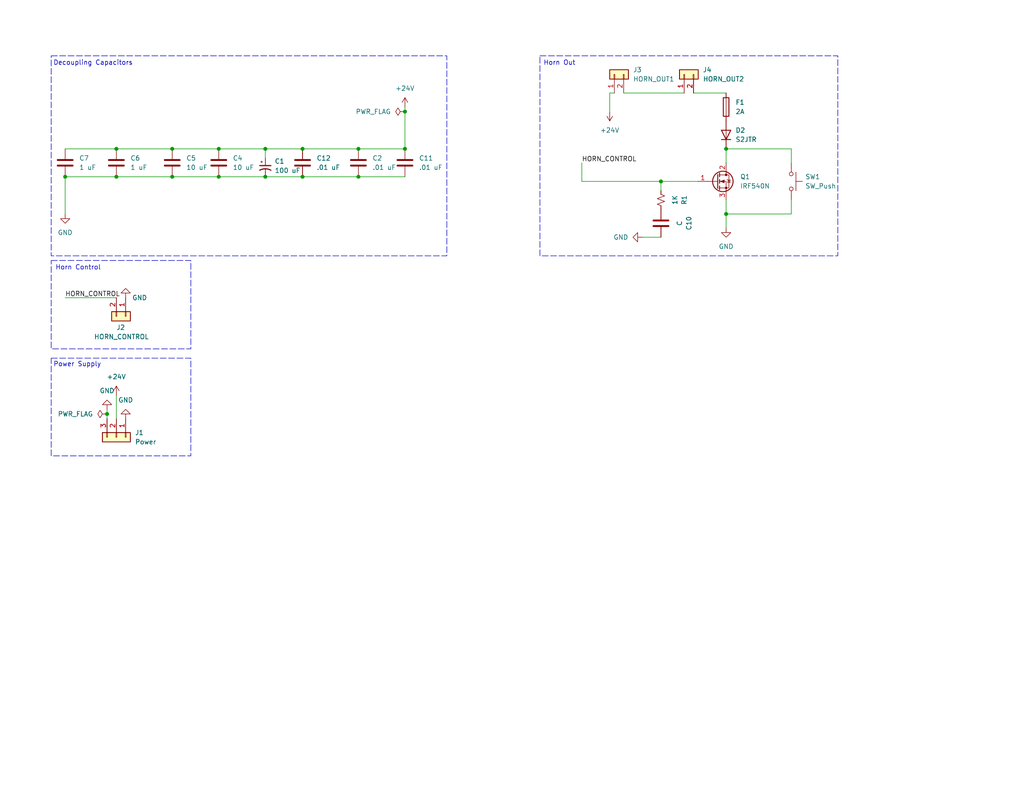
<source format=kicad_sch>
(kicad_sch (version 20231120) (generator "eeschema") (generator_version "8.0")
  (paper "USLetter")
  (title_block (title "Horn Breakout Board Project") (date "2025-09-18") (rev "1.0") (company "Illini Solar Car") (comment 1 "Designed By: Kacper Paraniuk"))
  (lib_symbols
    (symbol "Connector_Generic:Conn_01x02" (pin_names (offset 1.016) hide)
      (property "Reference" "J" (at 0 2.54 0))
      (property "Value" "Conn_01x02" (at 0 -5.08 0))
      (symbol "Conn_01x02_1_1"
        (rectangle (start -1.27 -2.413) (end 0 -2.667) (stroke (width 0.1524)))
        (rectangle (start -1.27 0.127) (end 0 -0.127) (stroke (width 0.1524)))
        (rectangle (start -1.27 1.27) (end 1.27 -3.81) (stroke (width 0.254)) (fill (type background)))
        (pin passive line (at -5.08 0 0) (length 3.81) (name "Pin_1") (number "1"))
        (pin passive line (at -5.08 -2.54 0) (length 3.81) (name "Pin_2") (number "2"))
      )
    )
    (symbol "Connector_Generic:Conn_01x03" (pin_names (offset 1.016) hide)
      (property "Reference" "J" (at 0 5.08 0))
      (property "Value" "Conn_01x03" (at 0 -5.08 0))
      (symbol "Conn_01x03_1_1"
        (rectangle (start -1.27 -2.413) (end 0 -2.667) (stroke (width 0.1524)))
        (rectangle (start -1.27 0.127) (end 0 -0.127) (stroke (width 0.1524)))
        (rectangle (start -1.27 2.667) (end 0 2.413) (stroke (width 0.1524)))
        (rectangle (start -1.27 3.81) (end 1.27 -3.81) (stroke (width 0.254)) (fill (type background)))
        (pin passive line (at -5.08 2.54 0) (length 3.81) (name "Pin_1") (number "1"))
        (pin passive line (at -5.08 0 0) (length 3.81) (name "Pin_2") (number "2"))
        (pin passive line (at -5.08 -2.54 0) (length 3.81) (name "Pin_3") (number "3"))
      )
    )
    (symbol "Device:R_Small_US" (pin_numbers hide) (pin_names (offset 0.254) hide)
      (property "Reference" "R" (at 0.762 0.508 0))
      (property "Value" "R_Small_US" (at 0.762 -1.016 0))
      (symbol "R_Small_US_1_1"
        (polyline (pts (xy 0 0) (xy 1.016 -0.381) (xy 0 -0.762) (xy -1.016 -1.143) (xy 0 -1.524)))
        (polyline (pts (xy 0 1.524) (xy 1.016 1.143) (xy 0 0.762) (xy -1.016 0.381) (xy 0 0)))
        (pin passive line (at 0 2.54 270) (length 1.016) (name "~") (number "1"))
        (pin passive line (at 0 -2.54 90) (length 1.016) (name "~") (number "2"))
      )
    )
    (symbol "Diode:S2JTR" (pin_numbers hide) (pin_names (offset 1.016) hide)
      (property "Reference" "D" (at 0 2.54 0))
      (property "Value" "S2JTR" (at 0 -2.54 0))
      (symbol "S2JTR_0_1"
        (polyline (pts (xy -1.27 1.27) (xy -1.27 -1.27)) (stroke (width 0.254)))
        (polyline (pts (xy 1.27 0) (xy -1.27 0)))
        (polyline (pts (xy 1.27 1.27) (xy 1.27 -1.27) (xy -1.27 0) (xy 1.27 1.27)) (stroke (width 0.254)))
      )
      (symbol "S2JTR_1_1"
        (pin passive line (at -3.81 0 0) (length 2.54) (name "K") (number "1"))
        (pin passive line (at 3.81 0 180) (length 2.54) (name "A") (number "2"))
      )
    )
    (symbol "Switch:SW_Push" (pin_numbers hide) (pin_names (offset 1.016) hide)
      (property "Reference" "SW" (at 1.27 2.54 0))
      (property "Value" "SW_Push" (at 0 -1.524 0))
      (symbol "SW_Push_0_1"
        (circle (center -2.032 0) (radius 0.508))
        (polyline (pts (xy 0 1.27) (xy 0 3.048)))
        (polyline (pts (xy 2.54 1.27) (xy -2.54 1.27)))
        (circle (center 2.032 0) (radius 0.508))
        (pin passive line (at -5.08 0 0) (length 2.54) (name "1") (number "1"))
        (pin passive line (at 5.08 0 180) (length 2.54) (name "2") (number "2"))
      )
    )
    (symbol "Transistor_FET:IRF540N" (pin_names hide)
      (property "Reference" "Q" (at 6.35 1.905 0))
      (property "Value" "IRF540N" (at 6.35 0 0))
      (symbol "IRF540N_0_1"
        (polyline (pts (xy 0.254 0) (xy -2.54 0)))
        (polyline (pts (xy 0.254 1.905) (xy 0.254 -1.905)) (stroke (width 0.254)))
        (polyline (pts (xy 0.762 -1.27) (xy 0.762 -2.286)) (stroke (width 0.254)))
        (polyline (pts (xy 0.762 0.508) (xy 0.762 -0.508)) (stroke (width 0.254)))
        (polyline (pts (xy 0.762 2.286) (xy 0.762 1.27)) (stroke (width 0.254)))
        (polyline (pts (xy 2.54 2.54) (xy 2.54 1.778)))
        (polyline (pts (xy 2.54 -2.54) (xy 2.54 0) (xy 0.762 0)))
        (polyline (pts (xy 0.762 -1.778) (xy 3.302 -1.778) (xy 3.302 1.778) (xy 0.762 1.778)))
        (polyline (pts (xy 1.016 0) (xy 2.032 0.381) (xy 2.032 -0.381) (xy 1.016 0)) (fill (type outline)))
        (polyline (pts (xy 2.794 0.508) (xy 2.921 0.381) (xy 3.683 0.381) (xy 3.81 0.254)))
        (polyline (pts (xy 3.302 0.381) (xy 2.921 -0.254) (xy 3.683 -0.254) (xy 3.302 0.381)))
        (circle (center 1.651 0) (radius 2.794) (stroke (width 0.254)))
        (circle (center 2.54 -1.778) (radius 0.254) (fill (type outline)))
        (circle (center 2.54 1.778) (radius 0.254) (fill (type outline)))
      )
      (symbol "IRF540N_1_1"
        (pin input line (at -5.08 0 0) (length 2.54) (name "G") (number "1"))
        (pin passive line (at 2.54 5.08 270) (length 2.54) (name "D") (number "2"))
        (pin passive line (at 2.54 -5.08 90) (length 2.54) (name "S") (number "3"))
      )
    )
    (symbol "device:C" (pin_numbers hide) (pin_names (offset 0.254))
      (property "Reference" "C" (at 0.635 2.54 0))
      (property "Value" "C" (at 0.635 -2.54 0))
      (symbol "C_0_1"
        (polyline (pts (xy -2.032 -0.762) (xy 2.032 -0.762)) (stroke (width 0.508)))
        (polyline (pts (xy -2.032 0.762) (xy 2.032 0.762)) (stroke (width 0.508)))
      )
      (symbol "C_1_1"
        (pin passive line (at 0 3.81 270) (length 2.794) (name "~") (number "1"))
        (pin passive line (at 0 -3.81 90) (length 2.794) (name "~") (number "2"))
      )
    )
    (symbol "device:C_Polarized_Small_US" (pin_numbers hide) (pin_names (offset 0.254) hide)
      (property "Reference" "C" (at 0.254 1.778 0))
      (property "Value" "C_Polarized_Small_US" (at 0.254 -2.032 0))
      (symbol "C_Polarized_Small_US_0_1"
        (polyline (pts (xy -1.524 0.508) (xy 1.524 0.508)) (stroke (width 0.3048)))
        (polyline (pts (xy -1.27 1.524) (xy -0.762 1.524)))
        (polyline (pts (xy -1.016 1.27) (xy -1.016 1.778)))
        (arc (start 1.524 -0.762) (mid 0 -0.3734) (end -1.524 -0.762) (stroke (width 0.3048)))
      )
      (symbol "C_Polarized_Small_US_1_1"
        (pin passive line (at 0 2.54 270) (length 2.032) (name "~") (number "1"))
        (pin passive line (at 0 -2.54 90) (length 2.032) (name "~") (number "2"))
      )
    )
    (symbol "device:Fuse" (pin_numbers hide) (pin_names (offset 0))
      (property "Reference" "F" (at 2.032 0 90))
      (property "Value" "Fuse" (at -1.905 0 90))
      (symbol "Fuse_0_1"
        (rectangle (start -0.762 -2.54) (end 0.762 2.54) (stroke (width 0.254)))
        (polyline (pts (xy 0 2.54) (xy 0 -2.54)))
      )
      (symbol "Fuse_1_1"
        (pin passive line (at 0 3.81 270) (length 1.27) (name "~") (number "1"))
        (pin passive line (at 0 -3.81 90) (length 1.27) (name "~") (number "2"))
      )
    )
    (symbol "power:+24V" (power) (pin_names (offset 0))
      (property "Value" "+24V" (at 0 3.556 0))
      (symbol "+24V_0_1"
        (polyline (pts (xy -0.762 1.27) (xy 0 2.54)))
        (polyline (pts (xy 0 0) (xy 0 2.54)))
        (polyline (pts (xy 0 2.54) (xy 0.762 1.27)))
      )
      (symbol "+24V_1_1"
        (pin power_in line (at 0 0 90) (length 0) hide (name "+24V") (number "1"))
      )
    )
    (symbol "power:GND" (power) (pin_names (offset 0))
      (property "Value" "GND" (at 0 -3.81 0))
      (symbol "GND_0_1"
        (polyline (pts (xy 0 0) (xy 0 -1.27) (xy 1.27 -1.27) (xy 0 -2.54) (xy -1.27 -1.27) (xy 0 -1.27)))
      )
      (symbol "GND_1_1"
        (pin power_in line (at 0 0 270) (length 0) hide (name "GND") (number "1"))
      )
    )
    (symbol "power:PWR_FLAG" (power) (pin_numbers hide) (pin_names (offset 0) hide)
      (property "Value" "PWR_FLAG" (at 0 3.81 0))
      (symbol "PWR_FLAG_0_0"
        (pin power_out line (at 0 0 90) (length 0) (name "pwr") (number "1"))
      )
      (symbol "PWR_FLAG_0_1"
        (polyline (pts (xy 0 0) (xy 0 1.27) (xy -1.016 1.905) (xy 0 2.54) (xy 1.016 1.905) (xy 0 1.27)))
      )
    )
  )
  (junction (at 110.49 30.48))
  (junction (at 198.12 40.64))
  (junction (at 59.69 48.26))
  (junction (at 72.39 40.64))
  (junction (at 46.99 48.26))
  (junction (at 29.21 113.03))
  (junction (at 97.79 48.26))
  (junction (at 46.99 40.64))
  (junction (at 31.75 40.64))
  (junction (at 82.55 48.26))
  (junction (at 198.12 58.42))
  (junction (at 17.78 48.26))
  (junction (at 180.34 49.53))
  (junction (at 110.49 40.64))
  (junction (at 72.39 48.26))
  (junction (at 59.69 40.64))
  (junction (at 82.55 40.64))
  (junction (at 97.79 40.64))
  (junction (at 31.75 48.26))
  (wire (pts (xy 158.75 44.45) (xy 158.75 49.53)))
  (wire (pts (xy 215.9 40.64) (xy 198.12 40.64)))
  (wire (pts (xy 189.23 25.4) (xy 198.12 25.4)))
  (wire (pts (xy 82.55 48.26) (xy 97.79 48.26)))
  (wire (pts (xy 31.75 40.64) (xy 46.99 40.64)))
  (wire (pts (xy 46.99 40.64) (xy 59.69 40.64)))
  (wire (pts (xy 215.9 54.61) (xy 215.9 58.42)))
  (wire (pts (xy 97.79 40.64) (xy 110.49 40.64)))
  (wire (pts (xy 29.21 111.76) (xy 29.21 113.03)))
  (wire (pts (xy 110.49 30.48) (xy 110.49 40.64)))
  (wire (pts (xy 198.12 40.64) (xy 198.12 44.45)))
  (wire (pts (xy 17.78 48.26) (xy 17.78 58.42)))
  (wire (pts (xy 97.79 48.26) (xy 110.49 48.26)))
  (wire (pts (xy 31.75 48.26) (xy 46.99 48.26)))
  (wire (pts (xy 17.78 48.26) (xy 31.75 48.26)))
  (wire (pts (xy 180.34 52.07) (xy 180.34 49.53)))
  (wire (pts (xy 166.37 30.48) (xy 166.37 25.4)))
  (wire (pts (xy 198.12 58.42) (xy 198.12 62.23)))
  (wire (pts (xy 180.34 64.77) (xy 175.26 64.77)))
  (wire (pts (xy 198.12 54.61) (xy 198.12 58.42)))
  (wire (pts (xy 72.39 43.18) (xy 72.39 40.64)))
  (wire (pts (xy 17.78 81.28) (xy 31.75 81.28)))
  (wire (pts (xy 17.78 40.64) (xy 31.75 40.64)))
  (wire (pts (xy 158.75 49.53) (xy 180.34 49.53)))
  (wire (pts (xy 215.9 58.42) (xy 198.12 58.42)))
  (wire (pts (xy 72.39 40.64) (xy 82.55 40.64)))
  (wire (pts (xy 46.99 48.26) (xy 59.69 48.26)))
  (wire (pts (xy 29.21 113.03) (xy 29.21 114.3)))
  (wire (pts (xy 170.18 25.4) (xy 186.69 25.4)))
  (wire (pts (xy 110.49 29.21) (xy 110.49 30.48)))
  (wire (pts (xy 215.9 44.45) (xy 215.9 40.64)))
  (wire (pts (xy 59.69 48.26) (xy 72.39 48.26)))
  (wire (pts (xy 31.75 107.95) (xy 31.75 114.3)))
  (wire (pts (xy 72.39 48.26) (xy 82.55 48.26)))
  (wire (pts (xy 59.69 40.64) (xy 72.39 40.64)))
  (wire (pts (xy 166.37 25.4) (xy 167.64 25.4)))
  (wire (pts (xy 180.34 49.53) (xy 190.5 49.53)))
  (wire (pts (xy 82.55 40.64) (xy 97.79 40.64)))
  (rectangle (start 147.32 15.24) (end 228.6 69.85) (stroke (width 0) (type dash)))
  (rectangle (start 13.97 97.79) (end 52.07 124.46) (stroke (width 0) (type dash)))
  (rectangle (start 13.97 15.24) (end 121.92 69.85) (stroke (width 0) (type dash)))
  (rectangle (start 13.97 71.12) (end 52.07 95.25) (stroke (width 0) (type dash)))
  (text "Power Supply\n" (at 21.082 99.568 0) (effects (font (size 1.27 1.27))))
  (text "Horn Control\n" (at 21.336 73.152 0) (effects (font (size 1.27 1.27))))
  (text "Horn Out\n" (at 152.654 17.272 0) (effects (font (size 1.27 1.27))))
  (text "Decoupling Capacitors\n" (at 25.4 17.272 0) (effects (font (size 1.27 1.27))))
  (label "HORN_CONTROL" (at 158.75 44.45 0))
  (label "HORN_CONTROL" (at 17.78 81.28 0))
  (symbol (lib_id "device:Fuse") (at 198.12 29.21 0) (unit 1)
    (property "Reference" "F1" (at 200.66 27.9399 0) (effects (justify left)))
    (property "Value" "2A" (at 200.66 30.4799 0) (effects (justify left)))
    (property "Description" "Fuse" (effects (hide yes)))
  )
  (symbol (lib_id "device:C") (at 17.78 44.45 0) (unit 1)
    (property "Reference" "C7" (at 21.59 43.1799 0) (effects (justify left)))
    (property "Value" "1 uF" (at 21.59 45.7199 0) (effects (justify left)))
    (property "Description" "Unpolarized capacitor" (effects (hide yes)))
  )
  (symbol (lib_id "device:C_Polarized_Small_US") (at 72.39 45.72 0) (unit 1)
    (property "Reference" "C1" (at 74.93 44.0181 0) (effects (justify left)))
    (property "Value" "100 uF" (at 74.93 46.5581 0) (effects (justify left)))
    (property "Description" "Polarized capacitor, small US symbol" (effects (hide yes)))
  )
  (symbol (lib_id "power:PWR_FLAG") (at 29.21 113.03 90) (unit 1)
    (property "Reference" "#FLG02" (effects (hide yes)))
    (property "Value" "PWR_FLAG" (at 25.4 113.0299 90) (effects (justify left)))
    (property "Description" "Special symbol for telling ERC where power comes from" (effects (hide yes)))
  )
  (symbol (lib_id "device:C") (at 97.79 44.45 0) (unit 1)
    (property "Reference" "C2" (at 101.6 43.1799 0) (effects (justify left)))
    (property "Value" ".01 uF" (at 101.6 45.7199 0) (effects (justify left)))
    (property "Description" "Unpolarized capacitor" (effects (hide yes)))
  )
  (symbol (lib_id "Diode:S2JTR") (at 198.12 36.83 90) (unit 1)
    (property "Reference" "D2" (at 200.66 35.5599 90) (effects (justify right)))
    (property "Value" "S2JTR" (at 200.66 38.0999 90) (effects (justify right)))
    (property "Footprint" "Diode_SMD:D_SMB" (effects (hide yes)))
    (property "Datasheet" "http://www.smc-diodes.com/propdf/S2A-S2M%20N0562%20REV.A.pdf" (effects (hide yes)))
    (property "Description" "600V 2A General Purpose Rectifier Diode, SMB" (effects (hide yes)))
  )
  (symbol (lib_id "Connector_Generic:Conn_01x02") (at 186.69 20.32 90) (unit 1)
    (property "Reference" "J4" (at 191.77 19.0499 90) (effects (justify right)))
    (property "Value" "HORN_OUT2" (at 191.77 21.5899 90) (effects (justify right)))
    (property "Description" "Generic connector, single row, 01x02, script generated (kicad-library-utils/schlib/autogen/connector/)" (effects (hide yes)))
  )
  (symbol (lib_id "power:+24V") (at 31.75 107.95 0) (unit 1)
    (property "Reference" "#PWR07" (effects (hide yes)))
    (property "Value" "+24V" (at 31.75 102.87 0))
    (property "Description" "Power symbol creates a global label with name \"+24V\"" (effects (hide yes)))
  )
  (symbol (lib_id "Connector_Generic:Conn_01x02") (at 34.29 86.36 270) (unit 1)
    (property "Reference" "J2" (at 31.75 89.408 90) (effects (justify left)))
    (property "Value" "HORN_CONTROL" (at 25.654 91.948 90) (effects (justify left)))
    (property "Description" "Generic connector, single row, 01x02, script generated (kicad-library-utils/schlib/autogen/connector/)" (effects (hide yes)))
  )
  (symbol (lib_id "power:+24V") (at 110.49 29.21 0) (unit 1)
    (property "Reference" "#PWR06" (effects (hide yes)))
    (property "Value" "+24V" (at 110.49 24.13 0))
    (property "Description" "Power symbol creates a global label with name \"+24V\"" (effects (hide yes)))
  )
  (symbol (lib_id "device:C") (at 31.75 44.45 0) (unit 1)
    (property "Reference" "C6" (at 35.56 43.1799 0) (effects (justify left)))
    (property "Value" "1 uF" (at 35.56 45.7199 0) (effects (justify left)))
    (property "Description" "Unpolarized capacitor" (effects (hide yes)))
  )
  (symbol (lib_id "device:C") (at 59.69 44.45 0) (unit 1)
    (property "Reference" "C4" (at 63.5 43.1799 0) (effects (justify left)))
    (property "Value" "10 uF" (at 63.5 45.7199 0) (effects (justify left)))
    (property "Description" "Unpolarized capacitor" (effects (hide yes)))
  )
  (symbol (lib_id "device:C") (at 46.99 44.45 0) (unit 1)
    (property "Reference" "C5" (at 50.8 43.1799 0) (effects (justify left)))
    (property "Value" "10 uF" (at 50.8 45.7199 0) (effects (justify left)))
    (property "Description" "Unpolarized capacitor" (effects (hide yes)))
  )
  (symbol (lib_id "Device:R_Small_US") (at 180.34 54.61 180) (unit 1)
    (property "Reference" "R1" (at 186.69 54.61 90))
    (property "Value" "1K" (at 184.15 54.61 90))
    (property "Description" "Resistor, small US symbol" (effects (hide yes)))
  )
  (symbol (lib_id "power:PWR_FLAG") (at 110.49 30.48 90) (unit 1)
    (property "Reference" "#FLG01" (effects (hide yes)))
    (property "Value" "PWR_FLAG" (at 106.68 30.4799 90) (effects (justify left)))
    (property "Description" "Special symbol for telling ERC where power comes from" (effects (hide yes)))
  )
  (symbol (lib_id "power:GND") (at 198.12 62.23 0) (unit 1)
    (property "Reference" "#PWR03" (effects (hide yes)))
    (property "Value" "GND" (at 198.12 67.31 0))
    (property "Description" "Power symbol creates a global label with name \"GND\" , ground" (effects (hide yes)))
  )
  (symbol (lib_id "device:C") (at 82.55 44.45 0) (unit 1)
    (property "Reference" "C12" (at 86.36 43.1799 0) (effects (justify left)))
    (property "Value" ".01 uF" (at 86.36 45.7199 0) (effects (justify left)))
    (property "Description" "Unpolarized capacitor" (effects (hide yes)))
  )
  (symbol (lib_id "power:GND") (at 34.29 81.28 180) (unit 1)
    (property "Reference" "#PWR05" (effects (hide yes)))
    (property "Value" "GND" (at 38.1 81.28 0))
    (property "Description" "Power symbol creates a global label with name \"GND\" , ground" (effects (hide yes)))
  )
  (symbol (lib_id "Switch:SW_Push") (at 215.9 49.53 270) (unit 1)
    (property "Reference" "SW1" (at 219.71 48.2599 90) (effects (justify left)))
    (property "Value" "SW_Push" (at 219.71 50.7999 90) (effects (justify left)))
    (property "Description" "Push button switch, generic, two pins" (effects (hide yes)))
  )
  (symbol (lib_id "power:GND") (at 29.21 111.76 180) (unit 1)
    (property "Reference" "#PWR01" (effects (hide yes)))
    (property "Value" "GND" (at 29.21 106.68 0))
    (property "Description" "Power symbol creates a global label with name \"GND\" , ground" (effects (hide yes)))
  )
  (symbol (lib_id "Connector_Generic:Conn_01x03") (at 31.75 119.38 270) (unit 1)
    (property "Reference" "J1" (at 36.83 118.1099 90) (effects (justify left)))
    (property "Value" "Power" (at 36.83 120.6499 90) (effects (justify left)))
    (property "Description" "Generic connector, single row, 01x03, script generated (kicad-library-utils/schlib/autogen/connector/)" (effects (hide yes)))
  )
  (symbol (lib_id "power:GND") (at 34.29 114.3 180) (unit 1)
    (property "Reference" "#PWR02" (effects (hide yes)))
    (property "Value" "GND" (at 34.29 109.22 0))
    (property "Description" "Power symbol creates a global label with name \"GND\" , ground" (effects (hide yes)))
  )
  (symbol (lib_id "device:C") (at 110.49 44.45 0) (unit 1)
    (property "Reference" "C11" (at 114.3 43.1799 0) (effects (justify left)))
    (property "Value" ".01 uF" (at 114.3 45.7199 0) (effects (justify left)))
    (property "Description" "Unpolarized capacitor" (effects (hide yes)))
  )
  (symbol (lib_id "Connector_Generic:Conn_01x02") (at 167.64 20.32 90) (unit 1)
    (property "Reference" "J3" (at 172.72 19.0499 90) (effects (justify right)))
    (property "Value" "HORN_OUT1" (at 172.72 21.5899 90) (effects (justify right)))
    (property "Description" "Generic connector, single row, 01x02, script generated (kicad-library-utils/schlib/autogen/connector/)" (effects (hide yes)))
  )
  (symbol (lib_id "power:GND") (at 17.78 58.42 0) (unit 1)
    (property "Reference" "#PWR04" (effects (hide yes)))
    (property "Value" "GND" (at 17.78 63.5 0))
    (property "Description" "Power symbol creates a global label with name \"GND\" , ground" (effects (hide yes)))
  )
  (symbol (lib_id "power:+24V") (at 166.37 30.48 180) (unit 1)
    (property "Reference" "#PWR08" (effects (hide yes)))
    (property "Value" "+24V" (at 166.37 35.56 0))
    (property "Description" "Power symbol creates a global label with name \"+24V\"" (effects (hide yes)))
  )
  (symbol (lib_id "Transistor_FET:IRF540N") (at 195.58 49.53 0) (unit 1)
    (property "Reference" "Q1" (at 201.93 48.2599 0) (effects (justify left)))
    (property "Value" "IRF540N" (at 201.93 50.7999 0) (effects (justify left)))
    (property "Footprint" "Package_TO_SOT_THT:TO-220-3_Vertical" (effects (hide yes)))
    (property "Datasheet" "http://www.irf.com/product-info/datasheets/data/irf540n.pdf" (effects (hide yes)))
    (property "Description" "33A Id, 100V Vds, HEXFET N-Channel MOSFET, TO-220" (effects (hide yes)))
  )
  (symbol (lib_id "device:C") (at 180.34 60.96 0) (unit 1)
    (property "Reference" "C10" (at 187.96 60.96 90))
    (property "Value" "C" (at 185.42 60.96 90))
    (property "Description" "Unpolarized capacitor" (effects (hide yes)))
  )
  (symbol (lib_id "power:GND") (at 175.26 64.77 270) (unit 1)
    (property "Reference" "#PWR09" (effects (hide yes)))
    (property "Value" "GND" (at 171.45 64.7699 90) (effects (justify right)))
    (property "Description" "Power symbol creates a global label with name \"GND\" , ground" (effects (hide yes)))
  )
)
</source>
